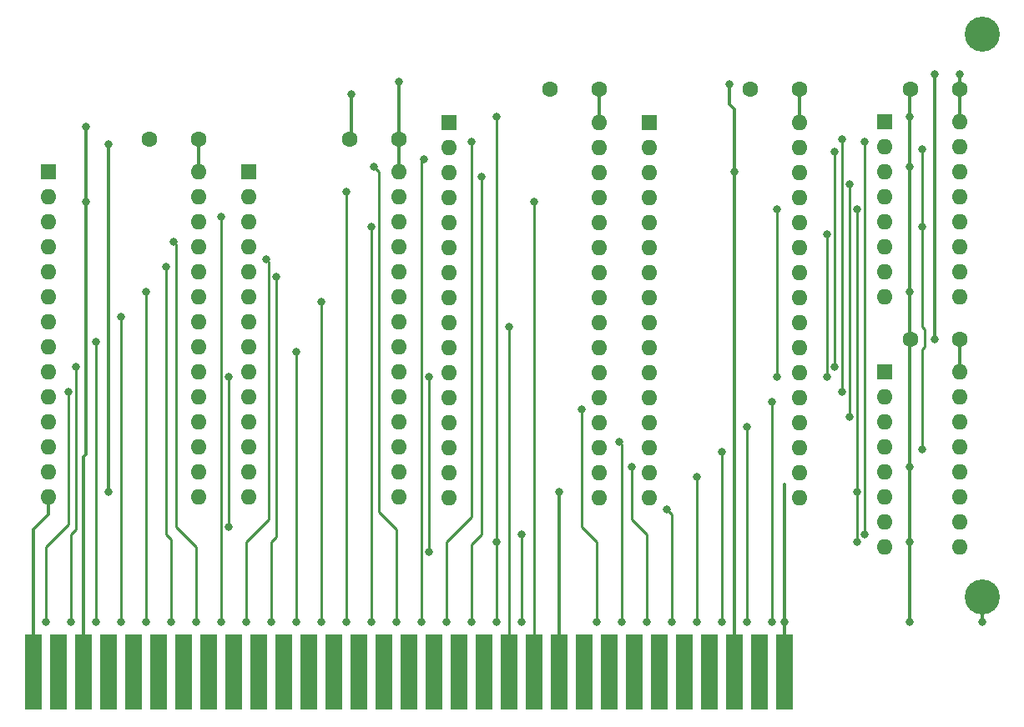
<source format=gbr>
G04 #@! TF.GenerationSoftware,KiCad,Pcbnew,(5.1.8)-1*
G04 #@! TF.CreationDate,2022-03-14T14:00:55-06:00*
G04 #@! TF.ProjectId,640k,3634306b-2e6b-4696-9361-645f70636258,rev?*
G04 #@! TF.SameCoordinates,Original*
G04 #@! TF.FileFunction,Copper,L2,Bot*
G04 #@! TF.FilePolarity,Positive*
%FSLAX46Y46*%
G04 Gerber Fmt 4.6, Leading zero omitted, Abs format (unit mm)*
G04 Created by KiCad (PCBNEW (5.1.8)-1) date 2022-03-14 14:00:55*
%MOMM*%
%LPD*%
G01*
G04 APERTURE LIST*
G04 #@! TA.AperFunction,ComponentPad*
%ADD10O,1.600000X1.600000*%
G04 #@! TD*
G04 #@! TA.AperFunction,ComponentPad*
%ADD11R,1.600000X1.600000*%
G04 #@! TD*
G04 #@! TA.AperFunction,ComponentPad*
%ADD12C,1.600000*%
G04 #@! TD*
G04 #@! TA.AperFunction,ConnectorPad*
%ADD13R,1.780000X7.620000*%
G04 #@! TD*
G04 #@! TA.AperFunction,ComponentPad*
%ADD14C,3.556000*%
G04 #@! TD*
G04 #@! TA.AperFunction,ViaPad*
%ADD15C,0.800000*%
G04 #@! TD*
G04 #@! TA.AperFunction,Conductor*
%ADD16C,0.330200*%
G04 #@! TD*
G04 #@! TA.AperFunction,Conductor*
%ADD17C,0.250000*%
G04 #@! TD*
G04 APERTURE END LIST*
D10*
G04 #@! TO.P,U6,32*
G04 #@! TO.N,/5+*
X163060380Y-73918600D03*
G04 #@! TO.P,U6,16*
G04 #@! TO.N,/GND*
X147820380Y-112018600D03*
G04 #@! TO.P,U6,31*
G04 #@! TO.N,/A15*
X163060380Y-76458600D03*
G04 #@! TO.P,U6,15*
G04 #@! TO.N,/D2*
X147820380Y-109478600D03*
G04 #@! TO.P,U6,30*
G04 #@! TO.N,/5+*
X163060380Y-78998600D03*
G04 #@! TO.P,U6,14*
G04 #@! TO.N,/D1*
X147820380Y-106938600D03*
G04 #@! TO.P,U6,29*
G04 #@! TO.N,/MWR*
X163060380Y-81538600D03*
G04 #@! TO.P,U6,13*
G04 #@! TO.N,/D0*
X147820380Y-104398600D03*
G04 #@! TO.P,U6,28*
G04 #@! TO.N,/A13*
X163060380Y-84078600D03*
G04 #@! TO.P,U6,12*
G04 #@! TO.N,/A0*
X147820380Y-101858600D03*
G04 #@! TO.P,U6,27*
G04 #@! TO.N,/A8*
X163060380Y-86618600D03*
G04 #@! TO.P,U6,11*
G04 #@! TO.N,/A1*
X147820380Y-99318600D03*
G04 #@! TO.P,U6,26*
G04 #@! TO.N,/A9*
X163060380Y-89158600D03*
G04 #@! TO.P,U6,10*
G04 #@! TO.N,/A2*
X147820380Y-96778600D03*
G04 #@! TO.P,U6,25*
G04 #@! TO.N,/A11*
X163060380Y-91698600D03*
G04 #@! TO.P,U6,9*
G04 #@! TO.N,/A3*
X147820380Y-94238600D03*
G04 #@! TO.P,U6,24*
G04 #@! TO.N,/MRD*
X163060380Y-94238600D03*
G04 #@! TO.P,U6,8*
G04 #@! TO.N,/A4*
X147820380Y-91698600D03*
G04 #@! TO.P,U6,23*
G04 #@! TO.N,/A10*
X163060380Y-96778600D03*
G04 #@! TO.P,U6,7*
G04 #@! TO.N,/A5*
X147820380Y-89158600D03*
G04 #@! TO.P,U6,22*
G04 #@! TO.N,/128K_CS*
X163060380Y-99318600D03*
G04 #@! TO.P,U6,6*
G04 #@! TO.N,/A6*
X147820380Y-86618600D03*
G04 #@! TO.P,U6,21*
G04 #@! TO.N,/D7*
X163060380Y-101858600D03*
G04 #@! TO.P,U6,5*
G04 #@! TO.N,/A7*
X147820380Y-84078600D03*
G04 #@! TO.P,U6,20*
G04 #@! TO.N,/D6*
X163060380Y-104398600D03*
G04 #@! TO.P,U6,4*
G04 #@! TO.N,/A12*
X147820380Y-81538600D03*
G04 #@! TO.P,U6,19*
G04 #@! TO.N,/D5*
X163060380Y-106938600D03*
G04 #@! TO.P,U6,3*
G04 #@! TO.N,/A14*
X147820380Y-78998600D03*
G04 #@! TO.P,U6,18*
G04 #@! TO.N,/D4*
X163060380Y-109478600D03*
G04 #@! TO.P,U6,2*
G04 #@! TO.N,/A16*
X147820380Y-76458600D03*
G04 #@! TO.P,U6,17*
G04 #@! TO.N,/D3*
X163060380Y-112018600D03*
D11*
G04 #@! TO.P,U6,1*
G04 #@! TO.N,Net-(U6-Pad1)*
X147820380Y-73918600D03*
G04 #@! TD*
D10*
G04 #@! TO.P,U3,32*
G04 #@! TO.N,/5+*
X142740380Y-73918600D03*
G04 #@! TO.P,U3,16*
G04 #@! TO.N,/GND*
X127500380Y-112018600D03*
G04 #@! TO.P,U3,31*
G04 #@! TO.N,/A15*
X142740380Y-76458600D03*
G04 #@! TO.P,U3,15*
G04 #@! TO.N,/D2*
X127500380Y-109478600D03*
G04 #@! TO.P,U3,30*
G04 #@! TO.N,/A17*
X142740380Y-78998600D03*
G04 #@! TO.P,U3,14*
G04 #@! TO.N,/D1*
X127500380Y-106938600D03*
G04 #@! TO.P,U3,29*
G04 #@! TO.N,/MWR*
X142740380Y-81538600D03*
G04 #@! TO.P,U3,13*
G04 #@! TO.N,/D0*
X127500380Y-104398600D03*
G04 #@! TO.P,U3,28*
G04 #@! TO.N,/A13*
X142740380Y-84078600D03*
G04 #@! TO.P,U3,12*
G04 #@! TO.N,/A0*
X127500380Y-101858600D03*
G04 #@! TO.P,U3,27*
G04 #@! TO.N,/A8*
X142740380Y-86618600D03*
G04 #@! TO.P,U3,11*
G04 #@! TO.N,/A1*
X127500380Y-99318600D03*
G04 #@! TO.P,U3,26*
G04 #@! TO.N,/A9*
X142740380Y-89158600D03*
G04 #@! TO.P,U3,10*
G04 #@! TO.N,/A2*
X127500380Y-96778600D03*
G04 #@! TO.P,U3,25*
G04 #@! TO.N,/A11*
X142740380Y-91698600D03*
G04 #@! TO.P,U3,9*
G04 #@! TO.N,/A3*
X127500380Y-94238600D03*
G04 #@! TO.P,U3,24*
G04 #@! TO.N,/MRD*
X142740380Y-94238600D03*
G04 #@! TO.P,U3,8*
G04 #@! TO.N,/A4*
X127500380Y-91698600D03*
G04 #@! TO.P,U3,23*
G04 #@! TO.N,/A10*
X142740380Y-96778600D03*
G04 #@! TO.P,U3,7*
G04 #@! TO.N,/A5*
X127500380Y-89158600D03*
G04 #@! TO.P,U3,22*
G04 #@! TO.N,/512K_CS*
X142740380Y-99318600D03*
G04 #@! TO.P,U3,6*
G04 #@! TO.N,/A6*
X127500380Y-86618600D03*
G04 #@! TO.P,U3,21*
G04 #@! TO.N,/D7*
X142740380Y-101858600D03*
G04 #@! TO.P,U3,5*
G04 #@! TO.N,/A7*
X127500380Y-84078600D03*
G04 #@! TO.P,U3,20*
G04 #@! TO.N,/D6*
X142740380Y-104398600D03*
G04 #@! TO.P,U3,4*
G04 #@! TO.N,/A12*
X127500380Y-81538600D03*
G04 #@! TO.P,U3,19*
G04 #@! TO.N,/D5*
X142740380Y-106938600D03*
G04 #@! TO.P,U3,3*
G04 #@! TO.N,/A14*
X127500380Y-78998600D03*
G04 #@! TO.P,U3,18*
G04 #@! TO.N,/D4*
X142740380Y-109478600D03*
G04 #@! TO.P,U3,2*
G04 #@! TO.N,/A16*
X127500380Y-76458600D03*
G04 #@! TO.P,U3,17*
G04 #@! TO.N,/D3*
X142740380Y-112018600D03*
D11*
G04 #@! TO.P,U3,1*
G04 #@! TO.N,/A18*
X127500380Y-73918600D03*
G04 #@! TD*
D10*
G04 #@! TO.P,U2,28*
G04 #@! TO.N,/5+*
X102100380Y-78968600D03*
G04 #@! TO.P,U2,14*
G04 #@! TO.N,/GND*
X86860380Y-111988600D03*
G04 #@! TO.P,U2,27*
G04 #@! TO.N,/5+*
X102100380Y-81508600D03*
G04 #@! TO.P,U2,13*
G04 #@! TO.N,/D2*
X86860380Y-109448600D03*
G04 #@! TO.P,U2,26*
G04 #@! TO.N,/A13*
X102100380Y-84048600D03*
G04 #@! TO.P,U2,12*
G04 #@! TO.N,/D1*
X86860380Y-106908600D03*
G04 #@! TO.P,U2,25*
G04 #@! TO.N,/A8*
X102100380Y-86588600D03*
G04 #@! TO.P,U2,11*
G04 #@! TO.N,/D0*
X86860380Y-104368600D03*
G04 #@! TO.P,U2,24*
G04 #@! TO.N,/A9*
X102100380Y-89128600D03*
G04 #@! TO.P,U2,10*
G04 #@! TO.N,/A0*
X86860380Y-101828600D03*
G04 #@! TO.P,U2,23*
G04 #@! TO.N,/A11*
X102100380Y-91668600D03*
G04 #@! TO.P,U2,9*
G04 #@! TO.N,/A1*
X86860380Y-99288600D03*
G04 #@! TO.P,U2,22*
G04 #@! TO.N,/MRD*
X102100380Y-94208600D03*
G04 #@! TO.P,U2,8*
G04 #@! TO.N,/A2*
X86860380Y-96748600D03*
G04 #@! TO.P,U2,21*
G04 #@! TO.N,/A10*
X102100380Y-96748600D03*
G04 #@! TO.P,U2,7*
G04 #@! TO.N,/A3*
X86860380Y-94208600D03*
G04 #@! TO.P,U2,20*
G04 #@! TO.N,/32K_ROM_CS*
X102100380Y-99288600D03*
G04 #@! TO.P,U2,6*
G04 #@! TO.N,/A4*
X86860380Y-91668600D03*
G04 #@! TO.P,U2,19*
G04 #@! TO.N,/D7*
X102100380Y-101828600D03*
G04 #@! TO.P,U2,5*
G04 #@! TO.N,/A5*
X86860380Y-89128600D03*
G04 #@! TO.P,U2,18*
G04 #@! TO.N,/D6*
X102100380Y-104368600D03*
G04 #@! TO.P,U2,4*
G04 #@! TO.N,/A6*
X86860380Y-86588600D03*
G04 #@! TO.P,U2,17*
G04 #@! TO.N,/D5*
X102100380Y-106908600D03*
G04 #@! TO.P,U2,3*
G04 #@! TO.N,/A7*
X86860380Y-84048600D03*
G04 #@! TO.P,U2,16*
G04 #@! TO.N,/D4*
X102100380Y-109448600D03*
G04 #@! TO.P,U2,2*
G04 #@! TO.N,/A12*
X86860380Y-81508600D03*
G04 #@! TO.P,U2,15*
G04 #@! TO.N,/D3*
X102100380Y-111988600D03*
D11*
G04 #@! TO.P,U2,1*
G04 #@! TO.N,/A14*
X86860380Y-78968600D03*
G04 #@! TD*
D10*
G04 #@! TO.P,U1,28*
G04 #@! TO.N,/5+*
X122420380Y-78968600D03*
G04 #@! TO.P,U1,14*
G04 #@! TO.N,/GND*
X107180380Y-111988600D03*
G04 #@! TO.P,U1,27*
G04 #@! TO.N,/MWR*
X122420380Y-81508600D03*
G04 #@! TO.P,U1,13*
G04 #@! TO.N,/D2*
X107180380Y-109448600D03*
G04 #@! TO.P,U1,26*
G04 #@! TO.N,/A13*
X122420380Y-84048600D03*
G04 #@! TO.P,U1,12*
G04 #@! TO.N,/D1*
X107180380Y-106908600D03*
G04 #@! TO.P,U1,25*
G04 #@! TO.N,/A8*
X122420380Y-86588600D03*
G04 #@! TO.P,U1,11*
G04 #@! TO.N,/D0*
X107180380Y-104368600D03*
G04 #@! TO.P,U1,24*
G04 #@! TO.N,/A9*
X122420380Y-89128600D03*
G04 #@! TO.P,U1,10*
G04 #@! TO.N,/A0*
X107180380Y-101828600D03*
G04 #@! TO.P,U1,23*
G04 #@! TO.N,/A11*
X122420380Y-91668600D03*
G04 #@! TO.P,U1,9*
G04 #@! TO.N,/A1*
X107180380Y-99288600D03*
G04 #@! TO.P,U1,22*
G04 #@! TO.N,/MRD*
X122420380Y-94208600D03*
G04 #@! TO.P,U1,8*
G04 #@! TO.N,/A2*
X107180380Y-96748600D03*
G04 #@! TO.P,U1,21*
G04 #@! TO.N,/A10*
X122420380Y-96748600D03*
G04 #@! TO.P,U1,7*
G04 #@! TO.N,/A3*
X107180380Y-94208600D03*
G04 #@! TO.P,U1,20*
G04 #@! TO.N,/32K_RAM_CS*
X122420380Y-99288600D03*
G04 #@! TO.P,U1,6*
G04 #@! TO.N,/A4*
X107180380Y-91668600D03*
G04 #@! TO.P,U1,19*
G04 #@! TO.N,/D7*
X122420380Y-101828600D03*
G04 #@! TO.P,U1,5*
G04 #@! TO.N,/A5*
X107180380Y-89128600D03*
G04 #@! TO.P,U1,18*
G04 #@! TO.N,/D6*
X122420380Y-104368600D03*
G04 #@! TO.P,U1,4*
G04 #@! TO.N,/A6*
X107180380Y-86588600D03*
G04 #@! TO.P,U1,17*
G04 #@! TO.N,/D5*
X122420380Y-106908600D03*
G04 #@! TO.P,U1,3*
G04 #@! TO.N,/A7*
X107180380Y-84048600D03*
G04 #@! TO.P,U1,16*
G04 #@! TO.N,/D4*
X122420380Y-109448600D03*
G04 #@! TO.P,U1,2*
G04 #@! TO.N,/A12*
X107180380Y-81508600D03*
G04 #@! TO.P,U1,15*
G04 #@! TO.N,/D3*
X122420380Y-111988600D03*
D11*
G04 #@! TO.P,U1,1*
G04 #@! TO.N,/A14*
X107180380Y-78968600D03*
G04 #@! TD*
D12*
G04 #@! TO.P,C6,2*
G04 #@! TO.N,/5+*
X163060380Y-70586600D03*
G04 #@! TO.P,C6,1*
G04 #@! TO.N,/GND*
X158060380Y-70586600D03*
G04 #@! TD*
G04 #@! TO.P,C3,2*
G04 #@! TO.N,/5+*
X122420380Y-75666600D03*
G04 #@! TO.P,C3,1*
G04 #@! TO.N,/GND*
X117420380Y-75666600D03*
G04 #@! TD*
G04 #@! TO.P,C2,2*
G04 #@! TO.N,/5+*
X142740380Y-70586600D03*
G04 #@! TO.P,C2,1*
G04 #@! TO.N,/GND*
X137740380Y-70586600D03*
G04 #@! TD*
G04 #@! TO.P,C1,2*
G04 #@! TO.N,/5+*
X102100380Y-75666600D03*
G04 #@! TO.P,C1,1*
G04 #@! TO.N,/GND*
X97100380Y-75666600D03*
G04 #@! TD*
D13*
G04 #@! TO.P,J9,31*
G04 #@! TO.N,/GND*
X85336380Y-129768600D03*
G04 #@! TO.P,J9,30*
G04 #@! TO.N,/OSC88*
X87876380Y-129768600D03*
G04 #@! TO.P,J9,29*
G04 #@! TO.N,/5+*
X90416380Y-129768600D03*
G04 #@! TO.P,J9,28*
G04 #@! TO.N,/ALE*
X92956380Y-129768600D03*
G04 #@! TO.P,J9,27*
G04 #@! TO.N,/TC*
X95496380Y-129768600D03*
G04 #@! TO.P,J9,26*
G04 #@! TO.N,/DACK2*
X98036380Y-129768600D03*
G04 #@! TO.P,J9,25*
G04 #@! TO.N,/IRQ3*
X100576380Y-129768600D03*
G04 #@! TO.P,J9,24*
G04 #@! TO.N,/IRQ4*
X103116380Y-129768600D03*
G04 #@! TO.P,J9,23*
G04 #@! TO.N,/IRQ5*
X105656380Y-129768600D03*
G04 #@! TO.P,J9,22*
G04 #@! TO.N,/IRQ6*
X108196380Y-129768600D03*
G04 #@! TO.P,J9,21*
G04 #@! TO.N,/IRQ7*
X110736380Y-129768600D03*
G04 #@! TO.P,J9,20*
G04 #@! TO.N,/CLK88*
X113276380Y-129768600D03*
G04 #@! TO.P,J9,19*
G04 #@! TO.N,/REFRQ*
X115816380Y-129768600D03*
G04 #@! TO.P,J9,18*
G04 #@! TO.N,/DRQ1*
X118356380Y-129768600D03*
G04 #@! TO.P,J9,17*
G04 #@! TO.N,/DACK1*
X120896380Y-129768600D03*
G04 #@! TO.P,J9,16*
G04 #@! TO.N,/DRQ3*
X123436380Y-129768600D03*
G04 #@! TO.P,J9,15*
G04 #@! TO.N,/DACK3*
X125976380Y-129768600D03*
G04 #@! TO.P,J9,14*
G04 #@! TO.N,/IORD*
X128516380Y-129768600D03*
G04 #@! TO.P,J9,13*
G04 #@! TO.N,/IOWR*
X131056380Y-129768600D03*
G04 #@! TO.P,J9,12*
G04 #@! TO.N,/MRD*
X133596380Y-129768600D03*
G04 #@! TO.P,J9,11*
G04 #@! TO.N,/MWR*
X136136380Y-129768600D03*
G04 #@! TO.P,J9,10*
G04 #@! TO.N,/GND*
X138676380Y-129768600D03*
G04 #@! TO.P,J9,9*
G04 #@! TO.N,/12+*
X141216380Y-129768600D03*
G04 #@! TO.P,J9,8*
G04 #@! TO.N,/NC*
X143756380Y-129768600D03*
G04 #@! TO.P,J9,7*
G04 #@! TO.N,/12-*
X146296380Y-129768600D03*
G04 #@! TO.P,J9,6*
G04 #@! TO.N,/DRQ2*
X148836380Y-129768600D03*
G04 #@! TO.P,J9,5*
G04 #@! TO.N,/5-*
X151376380Y-129768600D03*
G04 #@! TO.P,J9,4*
G04 #@! TO.N,/IRQ2*
X153916380Y-129768600D03*
G04 #@! TO.P,J9,3*
G04 #@! TO.N,/5+*
X156456380Y-129768600D03*
G04 #@! TO.P,J9,2*
G04 #@! TO.N,/RESOUT*
X158996380Y-129768600D03*
G04 #@! TO.P,J9,1*
G04 #@! TO.N,/GND*
X161536380Y-129768600D03*
G04 #@! TD*
D14*
G04 #@! TO.P,R,1*
G04 #@! TO.N,/GND*
X181602380Y-122148600D03*
G04 #@! TD*
G04 #@! TO.P,R,1*
G04 #@! TO.N,N/C*
X181602380Y-64998600D03*
G04 #@! TD*
D10*
G04 #@! TO.P,U5,16*
G04 #@! TO.N,/5+*
X179316380Y-99288600D03*
G04 #@! TO.P,U5,8*
G04 #@! TO.N,/GND*
X171696380Y-117068600D03*
G04 #@! TO.P,U5,15*
G04 #@! TO.N,Net-(U5-Pad15)*
X179316380Y-101828600D03*
G04 #@! TO.P,U5,7*
G04 #@! TO.N,/32K_ROM_CS*
X171696380Y-114528600D03*
G04 #@! TO.P,U5,14*
G04 #@! TO.N,Net-(U5-Pad14)*
X179316380Y-104368600D03*
G04 #@! TO.P,U5,6*
G04 #@! TO.N,/A18*
X171696380Y-111988600D03*
G04 #@! TO.P,U5,13*
G04 #@! TO.N,Net-(U5-Pad13)*
X179316380Y-106908600D03*
G04 #@! TO.P,U5,5*
G04 #@! TO.N,/GND*
X171696380Y-109448600D03*
G04 #@! TO.P,U5,12*
G04 #@! TO.N,Net-(U5-Pad12)*
X179316380Y-109448600D03*
G04 #@! TO.P,U5,4*
G04 #@! TO.N,/UPPER_512K*
X171696380Y-106908600D03*
G04 #@! TO.P,U5,11*
G04 #@! TO.N,Net-(U5-Pad11)*
X179316380Y-111988600D03*
G04 #@! TO.P,U5,3*
G04 #@! TO.N,/A17*
X171696380Y-104368600D03*
G04 #@! TO.P,U5,10*
G04 #@! TO.N,Net-(U5-Pad10)*
X179316380Y-114528600D03*
G04 #@! TO.P,U5,2*
G04 #@! TO.N,/A16*
X171696380Y-101828600D03*
G04 #@! TO.P,U5,9*
G04 #@! TO.N,/32K_RAM_CS*
X179316380Y-117068600D03*
D11*
G04 #@! TO.P,U5,1*
G04 #@! TO.N,/A15*
X171696380Y-99288600D03*
G04 #@! TD*
D10*
G04 #@! TO.P,U4,16*
G04 #@! TO.N,/5+*
X179316380Y-73888600D03*
G04 #@! TO.P,U4,8*
G04 #@! TO.N,/GND*
X171696380Y-91668600D03*
G04 #@! TO.P,U4,15*
G04 #@! TO.N,/UPPER_512K*
X179316380Y-76428600D03*
G04 #@! TO.P,U4,7*
G04 #@! TO.N,Net-(U4-Pad7)*
X171696380Y-89128600D03*
G04 #@! TO.P,U4,14*
G04 #@! TO.N,/A17*
X179316380Y-78968600D03*
G04 #@! TO.P,U4,6*
G04 #@! TO.N,Net-(U4-Pad6)*
X171696380Y-86588600D03*
G04 #@! TO.P,U4,13*
G04 #@! TO.N,/A18*
X179316380Y-81508600D03*
G04 #@! TO.P,U4,5*
G04 #@! TO.N,/UPPER_512K*
X171696380Y-84048600D03*
G04 #@! TO.P,U4,12*
G04 #@! TO.N,/128K_CS*
X179316380Y-84048600D03*
G04 #@! TO.P,U4,4*
G04 #@! TO.N,/512K_CS*
X171696380Y-81508600D03*
G04 #@! TO.P,U4,11*
G04 #@! TO.N,Net-(U4-Pad11)*
X179316380Y-86588600D03*
G04 #@! TO.P,U4,3*
G04 #@! TO.N,/GND*
X171696380Y-78968600D03*
G04 #@! TO.P,U4,10*
G04 #@! TO.N,Net-(U4-Pad10)*
X179316380Y-89128600D03*
G04 #@! TO.P,U4,2*
G04 #@! TO.N,/A19*
X171696380Y-76428600D03*
G04 #@! TO.P,U4,9*
G04 #@! TO.N,Net-(U4-Pad9)*
X179316380Y-91668600D03*
D11*
G04 #@! TO.P,U4,1*
G04 #@! TO.N,/GND*
X171696380Y-73888600D03*
G04 #@! TD*
D12*
G04 #@! TO.P,C5,2*
G04 #@! TO.N,/5+*
X179316380Y-95986600D03*
G04 #@! TO.P,C5,1*
G04 #@! TO.N,/GND*
X174316380Y-95986600D03*
G04 #@! TD*
G04 #@! TO.P,C4,2*
G04 #@! TO.N,/5+*
X179316380Y-70586600D03*
G04 #@! TO.P,C4,1*
G04 #@! TO.N,/GND*
X174316380Y-70586600D03*
G04 #@! TD*
D15*
G04 #@! TO.N,/5+*
X179316380Y-69062600D03*
X176776380Y-69062600D03*
X176776380Y-95986600D03*
X90670380Y-74396600D03*
X122420380Y-69824598D03*
X155948380Y-70078600D03*
X156456380Y-78968600D03*
X90670380Y-82016600D03*
G04 #@! TO.N,/GND*
X181602380Y-124688600D03*
X174236380Y-116560600D03*
X174236380Y-108940600D03*
X174236380Y-78460600D03*
X174236380Y-91160600D03*
X174236380Y-73380600D03*
X161536380Y-124688600D03*
X117594380Y-71094600D03*
X92956380Y-111480600D03*
X92956380Y-76174600D03*
X138676380Y-111480600D03*
X174236380Y-124688600D03*
G04 #@! TO.N,/D7*
X160266380Y-124688600D03*
X160266380Y-102336600D03*
G04 #@! TO.N,/D6*
X157726380Y-124688600D03*
X157726380Y-104876600D03*
G04 #@! TO.N,/D5*
X155186380Y-124688600D03*
X155186380Y-107416600D03*
G04 #@! TO.N,/D4*
X152646380Y-124688600D03*
X152646380Y-109956600D03*
G04 #@! TO.N,/D3*
X150106380Y-124688600D03*
X149598380Y-113258600D03*
G04 #@! TO.N,/D2*
X147566380Y-124688600D03*
X146042380Y-108940600D03*
G04 #@! TO.N,/D1*
X145026380Y-124688600D03*
X144772380Y-106400600D03*
G04 #@! TO.N,/D0*
X142486380Y-124688600D03*
X140962380Y-103098600D03*
G04 #@! TO.N,/A19*
X134866380Y-124688600D03*
X169664380Y-75920600D03*
X169664380Y-115798600D03*
X134866380Y-115798600D03*
G04 #@! TO.N,/A18*
X132326380Y-124688600D03*
X132326380Y-73380600D03*
X168902380Y-82778600D03*
X168902380Y-116560600D03*
X132326380Y-116560600D03*
X168902380Y-111480600D03*
G04 #@! TO.N,/A17*
X129786380Y-124688600D03*
X130802380Y-79476600D03*
X168140380Y-80238600D03*
X168140380Y-103860600D03*
G04 #@! TO.N,/A16*
X127246380Y-124688600D03*
X129786380Y-75920600D03*
X167378380Y-75666600D03*
X167378380Y-101320600D03*
G04 #@! TO.N,/A15*
X124706380Y-124688600D03*
X124960380Y-77698600D03*
X166616380Y-76936600D03*
X166616380Y-98780600D03*
G04 #@! TO.N,/A14*
X122166380Y-124688600D03*
X119880380Y-78460600D03*
G04 #@! TO.N,/A13*
X119626380Y-124688600D03*
X119626380Y-84556600D03*
G04 #@! TO.N,/A12*
X117086380Y-124688600D03*
X117086380Y-81000600D03*
G04 #@! TO.N,/A11*
X114546380Y-124688600D03*
X114546380Y-92176600D03*
G04 #@! TO.N,/A10*
X112006380Y-124688600D03*
X112006380Y-97256600D03*
G04 #@! TO.N,/A9*
X109466380Y-124688600D03*
X109974380Y-89636600D03*
G04 #@! TO.N,/A8*
X106926380Y-124688600D03*
X108958380Y-87858600D03*
G04 #@! TO.N,/A7*
X104386380Y-124688600D03*
X104386380Y-83540600D03*
G04 #@! TO.N,/A6*
X101846380Y-124688600D03*
X99560380Y-86080600D03*
G04 #@! TO.N,/A5*
X99306380Y-124688600D03*
X98798380Y-88620600D03*
G04 #@! TO.N,/A4*
X96766380Y-124688600D03*
X96766380Y-91160600D03*
G04 #@! TO.N,/A3*
X94226380Y-124688600D03*
X94226380Y-93700600D03*
G04 #@! TO.N,/A2*
X91686380Y-124688600D03*
X91686380Y-96240600D03*
G04 #@! TO.N,/A1*
X89146380Y-124688600D03*
X89654380Y-98780600D03*
G04 #@! TO.N,/A0*
X86606380Y-124688600D03*
X88892380Y-101320600D03*
G04 #@! TO.N,/MWR*
X136136380Y-82016600D03*
G04 #@! TO.N,/MRD*
X133596380Y-94716600D03*
G04 #@! TO.N,/32K_RAM_CS*
X125468380Y-117576600D03*
X125468380Y-99796600D03*
G04 #@! TO.N,/32K_ROM_CS*
X105148380Y-115036600D03*
X105148380Y-99796600D03*
G04 #@! TO.N,/512K_CS*
X160774380Y-99796600D03*
X160774380Y-82778600D03*
G04 #@! TO.N,/UPPER_512K*
X175506380Y-84556600D03*
X175506380Y-107162600D03*
X175506380Y-76682600D03*
G04 #@! TO.N,/128K_CS*
X165854380Y-85318600D03*
X165854380Y-99796600D03*
G04 #@! TD*
D16*
G04 #@! TO.N,/5+*
X179316380Y-69062600D02*
X179316380Y-70586600D01*
X179316380Y-70586600D02*
X179316380Y-73888600D01*
X176776380Y-69062600D02*
X176776380Y-95986600D01*
X179316380Y-95986600D02*
X179316380Y-99288600D01*
X90416380Y-129768600D02*
X90416380Y-108178600D01*
X90416380Y-108178600D02*
X90416380Y-107924600D01*
X90416380Y-107924600D02*
X90670380Y-107670600D01*
X90670380Y-107670600D02*
X90670380Y-74396600D01*
X90670380Y-74396600D02*
X90670380Y-74396600D01*
X122420380Y-78968600D02*
X122420380Y-75666600D01*
X122420380Y-75666600D02*
X122420380Y-69824598D01*
X155948380Y-70078600D02*
X155948380Y-70078600D01*
X156456380Y-72618600D02*
X155948380Y-72110600D01*
X155948380Y-72110600D02*
X155948380Y-70078600D01*
X156456380Y-129768600D02*
X156456380Y-78968600D01*
X102100380Y-75666600D02*
X102100380Y-78968600D01*
X142740380Y-70586600D02*
X142740380Y-73918600D01*
X163060380Y-70586600D02*
X163060380Y-73918600D01*
X156456380Y-78968600D02*
X156456380Y-72618600D01*
G04 #@! TO.N,/GND*
X181602380Y-124688600D02*
X181602380Y-122148600D01*
X174236380Y-96066600D02*
X174236380Y-108940600D01*
X174316380Y-95986600D02*
X174236380Y-96066600D01*
X174236380Y-108940600D02*
X174236380Y-116560600D01*
X174236380Y-95906600D02*
X174316380Y-95986600D01*
X174236380Y-70666600D02*
X174236380Y-73380600D01*
X174316380Y-70586600D02*
X174236380Y-70666600D01*
X174236380Y-78460600D02*
X174236380Y-91160600D01*
X174236380Y-91160600D02*
X174236380Y-95906600D01*
X174236380Y-73380600D02*
X174236380Y-78460600D01*
X138676380Y-129768600D02*
X138676380Y-127482600D01*
X138676380Y-127482600D02*
X139184380Y-126974600D01*
X161536380Y-129768600D02*
X161536380Y-124688600D01*
X117594380Y-75492600D02*
X117420380Y-75666600D01*
X117594380Y-71094600D02*
X117594380Y-75492600D01*
X92956380Y-111480600D02*
X92956380Y-76174600D01*
X92956380Y-76174600D02*
X92956380Y-76174600D01*
X85336380Y-129768600D02*
X85336380Y-115290600D01*
X86860380Y-113766600D02*
X86860380Y-111988600D01*
X85336380Y-115290600D02*
X86860380Y-113766600D01*
X138676380Y-129768600D02*
X138676380Y-111480600D01*
X138676380Y-111480600D02*
X138676380Y-111480600D01*
X161536380Y-124688600D02*
X161536380Y-110718600D01*
X174236380Y-116560600D02*
X174236380Y-124688600D01*
X174236380Y-124688600D02*
X174236380Y-124688600D01*
D17*
G04 #@! TO.N,/D7*
X160266380Y-124688600D02*
X160266380Y-102336600D01*
X160266380Y-102336600D02*
X160266380Y-102336600D01*
G04 #@! TO.N,/D6*
X157726380Y-124688600D02*
X157726380Y-104876600D01*
X157726380Y-104876600D02*
X157726380Y-104876600D01*
G04 #@! TO.N,/D5*
X155186380Y-124688600D02*
X155186380Y-107416600D01*
X155186380Y-107416600D02*
X155186380Y-107416600D01*
G04 #@! TO.N,/D4*
X152646380Y-124688600D02*
X152646380Y-109956600D01*
X152646380Y-109956600D02*
X152646380Y-109956600D01*
G04 #@! TO.N,/D3*
X150106380Y-124688600D02*
X150106380Y-113766600D01*
X150106380Y-113766600D02*
X149598380Y-113258600D01*
X149598380Y-113258600D02*
X149598380Y-113258600D01*
G04 #@! TO.N,/D2*
X147566380Y-124688600D02*
X147566380Y-115798600D01*
X147566380Y-115798600D02*
X146042380Y-114274600D01*
X146042380Y-114274600D02*
X146042380Y-108940600D01*
X146042380Y-108940600D02*
X146042380Y-108940600D01*
G04 #@! TO.N,/D1*
X145026380Y-124688600D02*
X145026380Y-106654600D01*
X145026380Y-106654600D02*
X144772380Y-106400600D01*
X144772380Y-106400600D02*
X144772380Y-106400600D01*
G04 #@! TO.N,/D0*
X142486380Y-124688600D02*
X142486380Y-116560600D01*
X142486380Y-116560600D02*
X140962380Y-115036600D01*
X140962380Y-115036600D02*
X140962380Y-103098600D01*
X140962380Y-103098600D02*
X140962380Y-103098600D01*
G04 #@! TO.N,/A19*
X169664380Y-115798600D02*
X169664380Y-115798600D01*
X169664380Y-115798600D02*
X169664380Y-75920600D01*
X134866380Y-115798600D02*
X134866380Y-124688600D01*
G04 #@! TO.N,/A18*
X132326380Y-124688600D02*
X132326380Y-73380600D01*
X132326380Y-73380600D02*
X132326380Y-73380600D01*
X168902380Y-82778600D02*
X168902380Y-116560600D01*
X168902380Y-116560600D02*
X168902380Y-116560600D01*
G04 #@! TO.N,/A17*
X130802380Y-115798600D02*
X130802380Y-79476600D01*
X129786380Y-116814600D02*
X130802380Y-115798600D01*
X129786380Y-124688600D02*
X129786380Y-116814600D01*
X168140380Y-80238600D02*
X168140380Y-103860600D01*
X168140380Y-103860600D02*
X168140380Y-103860600D01*
G04 #@! TO.N,/A16*
X127246380Y-124688600D02*
X127246380Y-116560600D01*
X127246380Y-116560600D02*
X129786380Y-114020600D01*
X129786380Y-114020600D02*
X129786380Y-75920600D01*
X129786380Y-75920600D02*
X129786380Y-75920600D01*
X167378380Y-75666600D02*
X167378380Y-101320600D01*
X167378380Y-101320600D02*
X167378380Y-101320600D01*
G04 #@! TO.N,/A15*
X124706380Y-124688600D02*
X124706380Y-77952600D01*
X124706380Y-77952600D02*
X124960380Y-77698600D01*
X124960380Y-77698600D02*
X124960380Y-77698600D01*
X166616380Y-76936600D02*
X166616380Y-98780600D01*
X166616380Y-98780600D02*
X166616380Y-98780600D01*
G04 #@! TO.N,/A14*
X122166380Y-124688600D02*
X122166380Y-115290600D01*
X122166380Y-115290600D02*
X120388380Y-113512600D01*
X120388380Y-113512600D02*
X120388380Y-78968600D01*
X120388380Y-78968600D02*
X119880380Y-78460600D01*
X119880380Y-78460600D02*
X119880380Y-78460600D01*
G04 #@! TO.N,/A13*
X119626380Y-124688600D02*
X119626380Y-84556600D01*
X119626380Y-84556600D02*
X119626380Y-84556600D01*
G04 #@! TO.N,/A12*
X117086380Y-124688600D02*
X117086380Y-81000600D01*
X117086380Y-81000600D02*
X117086380Y-81000600D01*
G04 #@! TO.N,/A11*
X114546380Y-124688600D02*
X114546380Y-92176600D01*
X114546380Y-92176600D02*
X114546380Y-92176600D01*
G04 #@! TO.N,/A10*
X112006380Y-124688600D02*
X112006380Y-97256600D01*
X112006380Y-97256600D02*
X112006380Y-97256600D01*
G04 #@! TO.N,/A9*
X109466380Y-124688600D02*
X109466380Y-116560600D01*
X109466380Y-116560600D02*
X109974380Y-116052600D01*
X109974380Y-116052600D02*
X109974380Y-114020600D01*
X109974380Y-114020600D02*
X109974380Y-89636600D01*
X109974380Y-89636600D02*
X109974380Y-89636600D01*
G04 #@! TO.N,/A8*
X106926380Y-124688600D02*
X106926380Y-116560600D01*
X106926380Y-116560600D02*
X109212380Y-114274600D01*
X109212380Y-114274600D02*
X109212380Y-88112600D01*
X109212380Y-88112600D02*
X108958380Y-87858600D01*
X108958380Y-87858600D02*
X108958380Y-87858600D01*
G04 #@! TO.N,/A7*
X104386380Y-124688600D02*
X104386380Y-83540600D01*
X104386380Y-83540600D02*
X104386380Y-83540600D01*
G04 #@! TO.N,/A6*
X101846380Y-124688600D02*
X101846380Y-117068600D01*
X101846380Y-117068600D02*
X99814380Y-115036600D01*
X99814380Y-115036600D02*
X99814380Y-86334600D01*
X99814380Y-86334600D02*
X99560380Y-86080600D01*
X99560380Y-86080600D02*
X99560380Y-86080600D01*
G04 #@! TO.N,/A5*
X99306380Y-124688600D02*
X99306380Y-116306600D01*
X99306380Y-116306600D02*
X98798380Y-115798600D01*
X98798380Y-115798600D02*
X98798380Y-88620600D01*
X98798380Y-88620600D02*
X98798380Y-88620600D01*
G04 #@! TO.N,/A4*
X96766380Y-124688600D02*
X96766380Y-91160600D01*
X96766380Y-91160600D02*
X96766380Y-91160600D01*
G04 #@! TO.N,/A3*
X94226380Y-124688600D02*
X94226380Y-93700600D01*
X94226380Y-93700600D02*
X94226380Y-93700600D01*
G04 #@! TO.N,/A2*
X91686380Y-124688600D02*
X91686380Y-96240600D01*
X91686380Y-96240600D02*
X91686380Y-96240600D01*
G04 #@! TO.N,/A1*
X89146380Y-124688600D02*
X89146380Y-115798600D01*
X89146380Y-115798600D02*
X89654380Y-115290600D01*
X89654380Y-115290600D02*
X89654380Y-98780600D01*
X89654380Y-98780600D02*
X89654380Y-98780600D01*
G04 #@! TO.N,/A0*
X86606380Y-124688600D02*
X86606380Y-117068600D01*
X86606380Y-117068600D02*
X88892380Y-114782600D01*
X88892380Y-114782600D02*
X88892380Y-101320600D01*
X88892380Y-101320600D02*
X88892380Y-101320600D01*
G04 #@! TO.N,/MWR*
X136136380Y-129768600D02*
X136136380Y-82016600D01*
X136136380Y-82016600D02*
X136136380Y-82016600D01*
G04 #@! TO.N,/MRD*
X133596380Y-129768600D02*
X133596380Y-94716600D01*
X133596380Y-94716600D02*
X133596380Y-94716600D01*
G04 #@! TO.N,/32K_RAM_CS*
X125468380Y-117576600D02*
X125468380Y-99796600D01*
X125468380Y-99796600D02*
X125468380Y-99796600D01*
G04 #@! TO.N,/32K_ROM_CS*
X105148380Y-115036600D02*
X105148380Y-100050600D01*
X105148380Y-100050600D02*
X105148380Y-99796600D01*
X105148380Y-99796600D02*
X105148380Y-99796600D01*
G04 #@! TO.N,/512K_CS*
X160774380Y-99796600D02*
X160774380Y-82778600D01*
X160774380Y-82778600D02*
X160774380Y-82778600D01*
G04 #@! TO.N,/UPPER_512K*
X175506380Y-97002600D02*
X175506380Y-107162600D01*
X175760380Y-96748600D02*
X175506380Y-97002600D01*
X175760380Y-94970600D02*
X175760380Y-96748600D01*
X175506380Y-94716600D02*
X175760380Y-94970600D01*
X175506380Y-84556600D02*
X175506380Y-94716600D01*
X175506380Y-84556600D02*
X175506380Y-76682600D01*
X175506380Y-76682600D02*
X175506380Y-76682600D01*
G04 #@! TO.N,/128K_CS*
X165854380Y-85318600D02*
X165854380Y-99796600D01*
X165854380Y-99796600D02*
X165854380Y-99796600D01*
G04 #@! TD*
M02*

</source>
